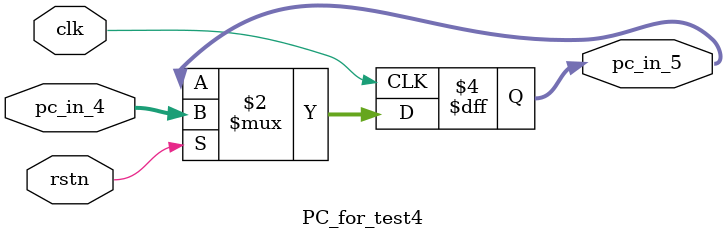
<source format=v>
`timescale 1ns / 1ps


module PC_for_test4(
input clk,
input rstn,
input [31:0]pc_in_4,
output reg [31:0]pc_in_5
    );
    always@(posedge clk)
    begin
    if(rstn)
        pc_in_5 <= pc_in_4;
    end
    
    
    
endmodule
</source>
